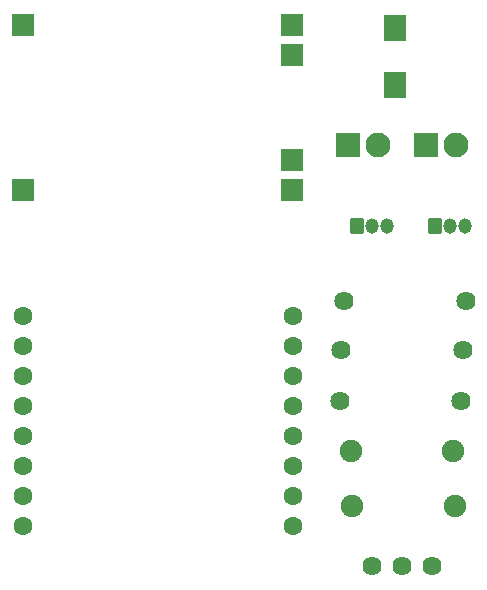
<source format=gts>
G04 Layer: TopSolderMaskLayer*
G04 EasyEDA v6.5.47, 2024-10-06 10:13:02*
G04 ffcbb33f17924234841025c486cc4069,e014b3835f5d4d88964e6d66dd9d747e,10*
G04 Gerber Generator version 0.2*
G04 Scale: 100 percent, Rotated: No, Reflected: No *
G04 Dimensions in millimeters *
G04 leading zeros omitted , absolute positions ,4 integer and 5 decimal *
%FSLAX45Y45*%
%MOMM*%

%AMMACRO1*4,1,8,-0.9211,-1.0757,-0.9508,-1.0457,-0.9508,1.046,-0.9211,1.0757,0.9209,1.0757,0.9508,1.046,0.9508,-1.0457,0.9209,-1.0757,-0.9211,-1.0757,0*%
%AMMACRO2*4,1,8,-0.9211,-1.0758,-0.9508,-1.0458,-0.9508,1.0461,-0.9211,1.0758,0.9209,1.0758,0.9508,1.0461,0.9508,-1.0458,0.9209,-1.0758,-0.9211,-1.0758,0*%
%AMMACRO3*4,1,8,-1.0211,-1.0508,-1.0508,-1.0208,-1.0508,1.0211,-1.0211,1.0508,1.0208,1.0508,1.0508,1.0211,1.0508,-1.0208,1.0208,-1.0508,-1.0211,-1.0508,0*%
%AMMACRO4*4,1,8,-0.5211,-0.6507,-0.5508,-0.6208,-0.5508,0.621,-0.5211,0.6507,0.5208,0.6507,0.5508,0.621,0.5508,-0.6208,0.5208,-0.6507,-0.5211,-0.6507,0*%
%AMMACRO5*4,1,8,-0.921,-0.9507,-0.9507,-0.9207,-0.9507,0.921,-0.921,0.9507,0.9207,0.9507,0.9507,0.921,0.9507,-0.9207,0.9207,-0.9507,-0.921,-0.9507,0*%
%AMMACRO6*4,1,8,-0.921,-0.9507,-0.9507,-0.9207,-0.9507,0.921,-0.921,0.9507,0.9208,0.9507,0.9507,0.921,0.9507,-0.9207,0.9208,-0.9507,-0.921,-0.9507,0*%
%ADD10C,1.9016*%
%ADD11MACRO1*%
%ADD12MACRO2*%
%ADD13MACRO3*%
%ADD14C,2.1016*%
%ADD15MACRO4*%
%ADD16O,1.1015979999999999X1.3015976*%
%ADD17C,1.6080*%
%ADD18MACRO5*%
%ADD19MACRO6*%
%ADD20C,1.6256*%
%ADD21C,1.6240*%

%LPD*%
D10*
G01*
X3679799Y4546600D03*
G01*
X4549800Y4546600D03*
G01*
X3692499Y4076700D03*
G01*
X4562500Y4076700D03*
D11*
G01*
X4051312Y8129193D03*
D12*
G01*
X4051312Y7644193D03*
D13*
G01*
X3657600Y7137400D03*
D14*
G01*
X3911600Y7137400D03*
D13*
G01*
X4318000Y7137400D03*
D14*
G01*
X4572000Y7137400D03*
D15*
G01*
X3733812Y6451600D03*
D16*
G01*
X3860800Y6451600D03*
G01*
X3987800Y6451600D03*
D15*
G01*
X4394212Y6451600D03*
D16*
G01*
X4521200Y6451600D03*
G01*
X4648200Y6451600D03*
D17*
G01*
X3187700Y3911600D03*
G01*
X901700Y3911600D03*
G01*
X3187700Y5689600D03*
G01*
X3187700Y5435600D03*
G01*
X3187700Y5181600D03*
G01*
X3187700Y4927600D03*
G01*
X3187700Y4673600D03*
G01*
X3187700Y4419600D03*
G01*
X3187700Y4165600D03*
G01*
X901700Y5689600D03*
G01*
X901700Y5435600D03*
G01*
X901700Y5181600D03*
G01*
X901700Y4927600D03*
G01*
X901700Y4673600D03*
G01*
X901700Y4419600D03*
G01*
X901700Y4165600D03*
D18*
G01*
X904494Y8154923D03*
G01*
X904494Y6754876D03*
D19*
G01*
X3184905Y8154923D03*
G01*
X3184905Y6754876D03*
G01*
X3184905Y7901762D03*
G01*
X3184905Y7008876D03*
D20*
G01*
X3587089Y4965700D03*
G01*
X4617110Y4965700D03*
G01*
X3625189Y5816600D03*
G01*
X4655210Y5816600D03*
G01*
X3599789Y5397500D03*
G01*
X4629810Y5397500D03*
D21*
G01*
X4364786Y3568700D03*
G01*
X4114800Y3568700D03*
G01*
X3864813Y3568700D03*
M02*

</source>
